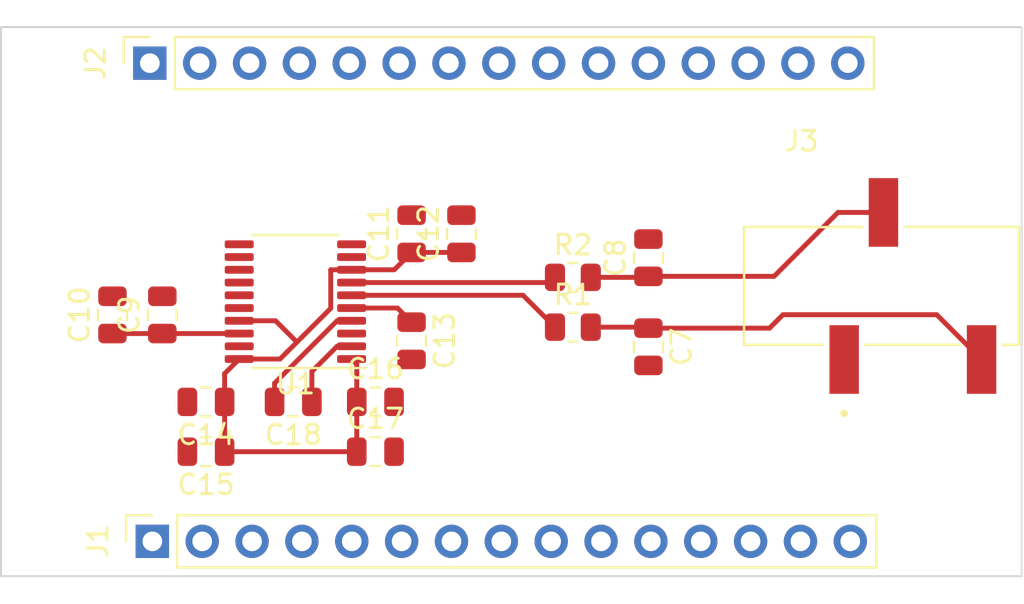
<source format=kicad_pcb>
(kicad_pcb (version 20221018) (generator pcbnew)
  (layers (0 "F.Cu" signal) (31 "B.Cu" signal) (34 "B.Paste" user) (35 "F.Paste" user) (36 "B.SilkS" user "B.Silkscreen") (37 "F.SilkS" user "F.Silkscreen") (38 "B.Mask" user) (39 "F.Mask" user) (44 "Edge.Cuts" user))
  (net 0 "")
  (net 1 "/left")
  (net 2 "GND")
  (net 3 "/right")
  (net 4 "Net-(U1-LDOO)")
  (net 5 "+3.3V")
  (net 6 "Net-(U1-VNEG)")
  (net 7 "Net-(U1-CAPP)")
  (net 8 "Net-(U1-CAPM)")
  (net 18 "/lrck")
  (net 19 "/din")
  (net 20 "/bck")
  (net 21 "/sck")
  (net 36 "Net-(U1-OUTL)")
  (net 37 "Net-(U1-OUTR)")
  (footprint "Capacitor_SMD:C_0805_2012Metric" (layer "F.Cu") (at 153.035 101.87 90)
    (fp_text reference "C8" (at 0 -1.68 90) (layer "F.SilkS"))
    (fp_text value "2.2n")
    (fp_line (start -0.261252 -0.735) (end 0.261252 -0.735) (stroke (width 0.12)) (layer "F.SilkS"))
    (fp_line (start -0.261252 0.735) (end 0.261252 0.735) (stroke (width 0.12)) (layer "F.SilkS"))
    (pad "1" smd roundrect (at -0.95 0 90) (size 1 1.45) (layers "F.Cu" "F.Paste" "F.Mask") (net 3 "/right"))
    (pad "2" smd roundrect (at 0.95 0 90) (size 1 1.45) (layers "F.Cu" "F.Paste" "F.Mask") (net 2 "GND"))
  )
  (footprint "Capacitor_SMD:C_0805_2012Metric" (layer "F.Cu") (at 140.97 106.106 -90)
    (fp_text reference "C13" (at 0 -1.68 -90) (layer "F.SilkS"))
    (fp_text value "2.2u")
    (fp_line (start -0.261252 -0.735) (end 0.261252 -0.735) (stroke (width 0.12)) (layer "F.SilkS"))
    (fp_line (start -0.261252 0.735) (end 0.261252 0.735) (stroke (width 0.12)) (layer "F.SilkS"))
    (pad "1" smd roundrect (at -0.95 0 270) (size 1 1.45) (layers "F.Cu" "F.Paste" "F.Mask") (net 6 "Net-(U1-VNEG)"))
    (pad "2" smd roundrect (at 0.95 0 270) (size 1 1.45) (layers "F.Cu" "F.Paste" "F.Mask") (net 2 "GND"))
  )
  (footprint "audio-jack:BOOMELE_PJ-320B" (layer "F.Cu") (at 165.91 103.31)
    (fp_text reference "J3" (at -5.075 -7.385) (layer "F.SilkS"))
    (fp_text value "audio_out")
    (fp_line (start -8 -3) (end -1.97 -3) (stroke (width 0.127)) (layer "F.SilkS"))
    (fp_line (start -8 3) (end -8 -3) (stroke (width 0.127)) (layer "F.SilkS"))
    (fp_line (start -3.97 3) (end -8 3) (stroke (width 0.127)) (layer "F.SilkS"))
    (fp_line (start -1.83 3) (end 3.03 3) (stroke (width 0.127)) (layer "F.SilkS"))
    (fp_line (start 0.17 -3) (end 6 -3) (stroke (width 0.127)) (layer "F.SilkS"))
    (fp_line (start 6 -3) (end 6 3) (stroke (width 0.127)) (layer "F.SilkS"))
    (fp_line (start 6 3) (end 5.17 3) (stroke (width 0.127)) (layer "F.SilkS"))
    (fp_circle (center -2.9 6.5) (end -2.8 6.5) (stroke (width 0.2)) (fill none) (layer "F.SilkS"))
    (pad "" np_thru_hole circle (at -3 0) (size 1.2 1.2) (drill 1.2) (layers "*.Cu" "*.Mask"))
    (pad "" np_thru_hole circle (at 3 0) (size 1.2 1.2) (drill 1.2) (layers "*.Cu" "*.Mask"))
    (pad "R" smd rect (at -0.9 -3.75) (size 1.5 3.5) (layers "F.Cu" "F.Paste" "F.Mask") (net 3 "/right"))
    (pad "S" smd rect (at -2.9 3.75) (size 1.5 3.5) (layers "F.Cu" "F.Paste" "F.Mask") (net 2 "GND"))
    (pad "T" smd rect (at 4.1 3.75) (size 1.5 3.5) (layers "F.Cu" "F.Paste" "F.Mask") (net 1 "/left"))
  )
  (footprint "Resistor_SMD:R_0805_2012Metric" (layer "F.Cu") (at 149.1875 105.41)
    (fp_text reference "R1" (at 0 -1.65) (layer "F.SilkS"))
    (fp_text value "470")
    (fp_line (start -0.227064 -0.735) (end 0.227064 -0.735) (stroke (width 0.12)) (layer "F.SilkS"))
    (fp_line (start -0.227064 0.735) (end 0.227064 0.735) (stroke (width 0.12)) (layer "F.SilkS"))
    (pad "1" smd roundrect (at -0.9125 0) (size 1.025 1.4) (layers "F.Cu" "F.Paste" "F.Mask") (roundrect_rratio 0.243902) (net 36 "Net-(U1-OUTL)"))
    (pad "2" smd roundrect (at 0.9125 0) (size 1.025 1.4) (layers "F.Cu" "F.Paste" "F.Mask") (roundrect_rratio 0.243902) (net 1 "/left"))
  )
  (footprint "Capacitor_SMD:C_0805_2012Metric" (layer "F.Cu") (at 130.495 111.76 180)
    (fp_text reference "C15" (at 0 -1.68 180) (layer "F.SilkS"))
    (fp_text value "10u")
    (fp_line (start -0.261252 -0.735) (end 0.261252 -0.735) (stroke (width 0.12)) (layer "F.SilkS"))
    (fp_line (start -0.261252 0.735) (end 0.261252 0.735) (stroke (width 0.12)) (layer "F.SilkS"))
    (pad "1" smd roundrect (at -0.95 0 180) (size 1 1.45) (layers "F.Cu" "F.Paste" "F.Mask") (net 5 "+3.3V"))
    (pad "2" smd roundrect (at 0.95 0 180) (size 1 1.45) (layers "F.Cu" "F.Paste" "F.Mask") (net 2 "GND"))
  )
  (footprint "Capacitor_SMD:C_0805_2012Metric" (layer "F.Cu") (at 125.73 104.785 90)
    (fp_text reference "C10" (at 0 -1.68 90) (layer "F.SilkS"))
    (fp_text value "10u")
    (fp_line (start -0.261252 -0.735) (end 0.261252 -0.735) (stroke (width 0.12)) (layer "F.SilkS"))
    (fp_line (start -0.261252 0.735) (end 0.261252 0.735) (stroke (width 0.12)) (layer "F.SilkS"))
    (pad "1" smd roundrect (at -0.95 0 90) (size 1 1.45) (layers "F.Cu" "F.Paste" "F.Mask") (net 4 "Net-(U1-LDOO)"))
    (pad "2" smd roundrect (at 0.95 0 90) (size 1 1.45) (layers "F.Cu" "F.Paste" "F.Mask") (net 2 "GND"))
  )
  (footprint "Connector_PinSocket_2.54mm:PinSocket_1x15_P2.54mm_Vertical" (layer "F.Cu") (at 127.762 116.332 90)
    (fp_text reference "J1" (at 0 -2.77 90) (layer "F.SilkS"))
    (fp_text value "esp32_1")
    (fp_line (start -1.33 1.27) (end -1.33 36.89) (stroke (width 0.12)) (layer "F.SilkS"))
    (fp_line (start -1.33 1.27) (end 1.33 1.27) (stroke (width 0.12)) (layer "F.SilkS"))
    (fp_line (start -1.33 36.89) (end 1.33 36.89) (stroke (width 0.12)) (layer "F.SilkS"))
    (fp_line (start 0 -1.33) (end 1.33 -1.33) (stroke (width 0.12)) (layer "F.SilkS"))
    (fp_line (start 1.33 -1.33) (end 1.33 0) (stroke (width 0.12)) (layer "F.SilkS"))
    (fp_line (start 1.33 1.27) (end 1.33 36.89) (stroke (width 0.12)) (layer "F.SilkS"))
    (pad "1" thru_hole rect (at 0 0 90) (size 1.7 1.7) (drill 1) (layers "*.Cu" "*.Mask"))
    (pad "2" thru_hole oval (at 0 2.54 90) (size 1.7 1.7) (drill 1) (layers "*.Cu" "*.Mask"))
    (pad "3" thru_hole oval (at 0 5.08 90) (size 1.7 1.7) (drill 1) (layers "*.Cu" "*.Mask"))
    (pad "4" thru_hole oval (at 0 7.62 90) (size 1.7 1.7) (drill 1) (layers "*.Cu" "*.Mask"))
    (pad "5" thru_hole oval (at 0 10.16 90) (size 1.7 1.7) (drill 1) (layers "*.Cu" "*.Mask"))
    (pad "6" thru_hole oval (at 0 12.7 90) (size 1.7 1.7) (drill 1) (layers "*.Cu" "*.Mask"))
    (pad "7" thru_hole oval (at 0 15.24 90) (size 1.7 1.7) (drill 1) (layers "*.Cu" "*.Mask"))
    (pad "8" thru_hole oval (at 0 17.78 90) (size 1.7 1.7) (drill 1) (layers "*.Cu" "*.Mask"))
    (pad "9" thru_hole oval (at 0 20.32 90) (size 1.7 1.7) (drill 1) (layers "*.Cu" "*.Mask"))
    (pad "10" thru_hole oval (at 0 22.86 90) (size 1.7 1.7) (drill 1) (layers "*.Cu" "*.Mask") (net 18 "/lrck"))
    (pad "11" thru_hole oval (at 0 25.4 90) (size 1.7 1.7) (drill 1) (layers "*.Cu" "*.Mask") (net 19 "/din"))
    (pad "12" thru_hole oval (at 0 27.94 90) (size 1.7 1.7) (drill 1) (layers "*.Cu" "*.Mask") (net 20 "/bck"))
    (pad "13" thru_hole oval (at 0 30.48 90) (size 1.7 1.7) (drill 1) (layers "*.Cu" "*.Mask") (net 21 "/sck"))
    (pad "14" thru_hole oval (at 0 33.02 90) (size 1.7 1.7) (drill 1) (layers "*.Cu" "*.Mask") (net 2 "GND"))
    (pad "15" thru_hole oval (at 0 35.56 90) (size 1.7 1.7) (drill 1) (layers "*.Cu" "*.Mask"))
  )
  (footprint "Capacitor_SMD:C_0805_2012Metric" (layer "F.Cu") (at 139.126 111.76)
    (fp_text reference "C17" (at 0 -1.68) (layer "F.SilkS"))
    (fp_text value "10u")
    (fp_line (start -0.261252 -0.735) (end 0.261252 -0.735) (stroke (width 0.12)) (layer "F.SilkS"))
    (fp_line (start -0.261252 0.735) (end 0.261252 0.735) (stroke (width 0.12)) (layer "F.SilkS"))
    (pad "1" smd roundrect (at -0.95 0) (size 1 1.45) (layers "F.Cu" "F.Paste" "F.Mask") (net 5 "+3.3V"))
    (pad "2" smd roundrect (at 0.95 0) (size 1 1.45) (layers "F.Cu" "F.Paste" "F.Mask") (net 2 "GND"))
  )
  (footprint "Capacitor_SMD:C_0805_2012Metric" (layer "F.Cu") (at 153.035 106.41 -90)
    (fp_text reference "C7" (at 0 -1.68 -90) (layer "F.SilkS"))
    (fp_text value "2.2n")
    (fp_line (start -0.261252 -0.735) (end 0.261252 -0.735) (stroke (width 0.12)) (layer "F.SilkS"))
    (fp_line (start -0.261252 0.735) (end 0.261252 0.735) (stroke (width 0.12)) (layer "F.SilkS"))
    (pad "1" smd roundrect (at -0.95 0 270) (size 1 1.45) (layers "F.Cu" "F.Paste" "F.Mask") (net 1 "/left"))
    (pad "2" smd roundrect (at 0.95 0 270) (size 1 1.45) (layers "F.Cu" "F.Paste" "F.Mask") (net 2 "GND"))
  )
  (footprint "Capacitor_SMD:C_0805_2012Metric" (layer "F.Cu") (at 143.51 100.65 90)
    (fp_text reference "C12" (at 0 -1.68 90) (layer "F.SilkS"))
    (fp_text value "10u")
    (fp_line (start -0.261252 -0.735) (end 0.261252 -0.735) (stroke (width 0.12)) (layer "F.SilkS"))
    (fp_line (start -0.261252 0.735) (end 0.261252 0.735) (stroke (width 0.12)) (layer "F.SilkS"))
    (pad "1" smd roundrect (at -0.95 0 90) (size 1 1.45) (layers "F.Cu" "F.Paste" "F.Mask") (net 5 "+3.3V"))
    (pad "2" smd roundrect (at 0.95 0 90) (size 1 1.45) (layers "F.Cu" "F.Paste" "F.Mask") (net 2 "GND"))
  )
  (footprint "Capacitor_SMD:C_0805_2012Metric" (layer "F.Cu") (at 140.97 100.65 90)
    (fp_text reference "C11" (at 0 -1.68 90) (layer "F.SilkS"))
    (fp_text value "0.1u")
    (fp_line (start -0.261252 -0.735) (end 0.261252 -0.735) (stroke (width 0.12)) (layer "F.SilkS"))
    (fp_line (start -0.261252 0.735) (end 0.261252 0.735) (stroke (width 0.12)) (layer "F.SilkS"))
    (pad "1" smd roundrect (at -0.95 0 90) (size 1 1.45) (layers "F.Cu" "F.Paste" "F.Mask") (net 5 "+3.3V"))
    (pad "2" smd roundrect (at 0.95 0 90) (size 1 1.45) (layers "F.Cu" "F.Paste" "F.Mask") (net 2 "GND"))
  )
  (footprint "Package_SO:TSSOP-20_4.4x6.5mm_P0.65mm" (layer "F.Cu") (at 135.05 104.11 180)
    (fp_text reference "U1" (at 0 -4.2) (layer "F.SilkS"))
    (fp_text value "PCM5102A")
    (fp_line (start 0 -3.385) (end -3.6 -3.385) (stroke (width 0.12)) (layer "F.SilkS"))
    (fp_line (start 0 -3.385) (end 2.2 -3.385) (stroke (width 0.12)) (layer "F.SilkS"))
    (fp_line (start 0 3.385) (end -2.2 3.385) (stroke (width 0.12)) (layer "F.SilkS"))
    (fp_line (start 0 3.385) (end 2.2 3.385) (stroke (width 0.12)) (layer "F.SilkS"))
    (pad "1" smd roundrect (at -2.8625 -2.925 180) (size 1.475 0.4) (layers "F.Cu" "F.Paste" "F.Mask") (net 5 "+3.3V"))
    (pad "2" smd roundrect (at -2.8625 -2.275 180) (size 1.475 0.4) (layers "F.Cu" "F.Paste" "F.Mask") (net 7 "Net-(U1-CAPP)"))
    (pad "3" smd roundrect (at -2.8625 -1.625 180) (size 1.475 0.4) (layers "F.Cu" "F.Paste" "F.Mask") (net 2 "GND"))
    (pad "4" smd roundrect (at -2.8625 -0.975 180) (size 1.475 0.4) (layers "F.Cu" "F.Paste" "F.Mask") (net 8 "Net-(U1-CAPM)"))
    (pad "5" smd roundrect (at -2.8625 -0.325 180) (size 1.475 0.4) (layers "F.Cu" "F.Paste" "F.Mask") (net 6 "Net-(U1-VNEG)"))
    (pad "6" smd roundrect (at -2.8625 0.325 180) (size 1.475 0.4) (layers "F.Cu" "F.Paste" "F.Mask") (net 36 "Net-(U1-OUTL)"))
    (pad "7" smd roundrect (at -2.8625 0.975 180) (size 1.475 0.4) (layers "F.Cu" "F.Paste" "F.Mask") (net 37 "Net-(U1-OUTR)"))
    (pad "8" smd roundrect (at -2.8625 1.625 180) (size 1.475 0.4) (layers "F.Cu" "F.Paste" "F.Mask") (net 5 "+3.3V"))
    (pad "9" smd roundrect (at -2.8625 2.275 180) (size 1.475 0.4) (layers "F.Cu" "F.Paste" "F.Mask") (net 2 "GND"))
    (pad "10" smd roundrect (at -2.8625 2.925 180) (size 1.475 0.4) (layers "F.Cu" "F.Paste" "F.Mask") (net 2 "GND"))
    (pad "11" smd roundrect (at 2.8625 2.925 180) (size 1.475 0.4) (layers "F.Cu" "F.Paste" "F.Mask") (net 2 "GND"))
    (pad "12" smd roundrect (at 2.8625 2.275 180) (size 1.475 0.4) (layers "F.Cu" "F.Paste" "F.Mask") (net 21 "/sck"))
    (pad "13" smd roundrect (at 2.8625 1.625 180) (size 1.475 0.4) (layers "F.Cu" "F.Paste" "F.Mask") (net 20 "/bck"))
    (pad "14" smd roundrect (at 2.8625 0.975 180) (size 1.475 0.4) (layers "F.Cu" "F.Paste" "F.Mask") (net 19 "/din"))
    (pad "15" smd roundrect (at 2.8625 0.325 180) (size 1.475 0.4) (layers "F.Cu" "F.Paste" "F.Mask") (net 18 "/lrck"))
    (pad "16" smd roundrect (at 2.8625 -0.325 180) (size 1.475 0.4) (layers "F.Cu" "F.Paste" "F.Mask") (net 2 "GND"))
    (pad "17" smd roundrect (at 2.8625 -0.975 180) (size 1.475 0.4) (layers "F.Cu" "F.Paste" "F.Mask") (net 5 "+3.3V"))
    (pad "18" smd roundrect (at 2.8625 -1.625 180) (size 1.475 0.4) (layers "F.Cu" "F.Paste" "F.Mask") (net 4 "Net-(U1-LDOO)"))
    (pad "19" smd roundrect (at 2.8625 -2.275 180) (size 1.475 0.4) (layers "F.Cu" "F.Paste" "F.Mask") (net 2 "GND"))
    (pad "20" smd roundrect (at 2.8625 -2.925 180) (size 1.475 0.4) (layers "F.Cu" "F.Paste" "F.Mask") (net 5 "+3.3V"))
  )
  (footprint "Capacitor_SMD:C_0805_2012Metric" (layer "F.Cu") (at 130.495 109.22 180)
    (fp_text reference "C14" (at 0 -1.68 180) (layer "F.SilkS"))
    (fp_text value "0.1u")
    (fp_line (start -0.261252 -0.735) (end 0.261252 -0.735) (stroke (width 0.12)) (layer "F.SilkS"))
    (fp_line (start -0.261252 0.735) (end 0.261252 0.735) (stroke (width 0.12)) (layer "F.SilkS"))
    (pad "1" smd roundrect (at -0.95 0 180) (size 1 1.45) (layers "F.Cu" "F.Paste" "F.Mask") (net 5 "+3.3V"))
    (pad "2" smd roundrect (at 0.95 0 180) (size 1 1.45) (layers "F.Cu" "F.Paste" "F.Mask") (net 2 "GND"))
  )
  (footprint "Resistor_SMD:R_0805_2012Metric" (layer "F.Cu") (at 149.1875 102.87)
    (fp_text reference "R2" (at 0 -1.65) (layer "F.SilkS"))
    (fp_text value "470")
    (fp_line (start -0.227064 -0.735) (end 0.227064 -0.735) (stroke (width 0.12)) (layer "F.SilkS"))
    (fp_line (start -0.227064 0.735) (end 0.227064 0.735) (stroke (width 0.12)) (layer "F.SilkS"))
    (pad "1" smd roundrect (at -0.9125 0) (size 1.025 1.4) (layers "F.Cu" "F.Paste" "F.Mask") (roundrect_rratio 0.243902) (net 37 "Net-(U1-OUTR)"))
    (pad "2" smd roundrect (at 0.9125 0) (size 1.025 1.4) (layers "F.Cu" "F.Paste" "F.Mask") (roundrect_rratio 0.243902) (net 3 "/right"))
  )
  (footprint "Capacitor_SMD:C_0805_2012Metric" (layer "F.Cu") (at 134.94 109.22 180)
    (fp_text reference "C18" (at 0 -1.68 180) (layer "F.SilkS"))
    (fp_text value "2.2u")
    (fp_line (start -0.261252 -0.735) (end 0.261252 -0.735) (stroke (width 0.12)) (layer "F.SilkS"))
    (fp_line (start -0.261252 0.735) (end 0.261252 0.735) (stroke (width 0.12)) (layer "F.SilkS"))
    (pad "1" smd roundrect (at -0.95 0 180) (size 1 1.45) (layers "F.Cu" "F.Paste" "F.Mask") (net 7 "Net-(U1-CAPP)"))
    (pad "2" smd roundrect (at 0.95 0 180) (size 1 1.45) (layers "F.Cu" "F.Paste" "F.Mask") (net 8 "Net-(U1-CAPM)"))
  )
  (footprint "Capacitor_SMD:C_0805_2012Metric" (layer "F.Cu") (at 139.126 109.22)
    (fp_text reference "C16" (at 0 -1.68) (layer "F.SilkS"))
    (fp_text value "0.1u")
    (fp_line (start -0.261252 -0.735) (end 0.261252 -0.735) (stroke (width 0.12)) (layer "F.SilkS"))
    (fp_line (start -0.261252 0.735) (end 0.261252 0.735) (stroke (width 0.12)) (layer "F.SilkS"))
    (pad "1" smd roundrect (at -0.95 0) (size 1 1.45) (layers "F.Cu" "F.Paste" "F.Mask") (net 5 "+3.3V"))
    (pad "2" smd roundrect (at 0.95 0) (size 1 1.45) (layers "F.Cu" "F.Paste" "F.Mask") (net 2 "GND"))
  )
  (footprint "Capacitor_SMD:C_0805_2012Metric" (layer "F.Cu") (at 128.27 104.785 90)
    (fp_text reference "C9" (at 0 -1.68 90) (layer "F.SilkS"))
    (fp_text value "0.1u")
    (fp_line (start -0.261252 -0.735) (end 0.261252 -0.735) (stroke (width 0.12)) (layer "F.SilkS"))
    (fp_line (start -0.261252 0.735) (end 0.261252 0.735) (stroke (width 0.12)) (layer "F.SilkS"))
    (pad "1" smd roundrect (at -0.95 0 90) (size 1 1.45) (layers "F.Cu" "F.Paste" "F.Mask") (net 4 "Net-(U1-LDOO)"))
    (pad "2" smd roundrect (at 0.95 0 90) (size 1 1.45) (layers "F.Cu" "F.Paste" "F.Mask") (net 2 "GND"))
  )
  (footprint "Connector_PinSocket_2.54mm:PinSocket_1x15_P2.54mm_Vertical" (layer "F.Cu") (at 127.635 91.948 90)
    (fp_text reference "J2" (at 0 -2.77 90) (layer "F.SilkS"))
    (fp_text value "esp32_2")
    (fp_line (start -1.33 1.27) (end -1.33 36.89) (stroke (width 0.12)) (layer "F.SilkS"))
    (fp_line (start -1.33 1.27) (end 1.33 1.27) (stroke (width 0.12)) (layer "F.SilkS"))
    (fp_line (start -1.33 36.89) (end 1.33 36.89) (stroke (width 0.12)) (layer "F.SilkS"))
    (fp_line (start 0 -1.33) (end 1.33 -1.33) (stroke (width 0.12)) (layer "F.SilkS"))
    (fp_line (start 1.33 -1.33) (end 1.33 0) (stroke (width 0.12)) (layer "F.SilkS"))
    (fp_line (start 1.33 1.27) (end 1.33 36.89) (stroke (width 0.12)) (layer "F.SilkS"))
    (pad "1" thru_hole rect (at 0 0 90) (size 1.7 1.7) (drill 1) (layers "*.Cu" "*.Mask"))
    (pad "2" thru_hole oval (at 0 2.54 90) (size 1.7 1.7) (drill 1) (layers "*.Cu" "*.Mask"))
    (pad "3" thru_hole oval (at 0 5.08 90) (size 1.7 1.7) (drill 1) (layers "*.Cu" "*.Mask"))
    (pad "4" thru_hole oval (at 0 7.62 90) (size 1.7 1.7) (drill 1) (layers "*.Cu" "*.Mask"))
    (pad "5" thru_hole oval (at 0 10.16 90) (size 1.7 1.7) (drill 1) (layers "*.Cu" "*.Mask"))
    (pad "6" thru_hole oval (at 0 12.7 90) (size 1.7 1.7) (drill 1) (layers "*.Cu" "*.Mask"))
    (pad "7" thru_hole oval (at 0 15.24 90) (size 1.7 1.7) (drill 1) (layers "*.Cu" "*.Mask"))
    (pad "8" thru_hole oval (at 0 17.78 90) (size 1.7 1.7) (drill 1) (layers "*.Cu" "*.Mask"))
    (pad "9" thru_hole oval (at 0 20.32 90) (size 1.7 1.7) (drill 1) (layers "*.Cu" "*.Mask"))
    (pad "10" thru_hole oval (at 0 22.86 90) (size 1.7 1.7) (drill 1) (layers "*.Cu" "*.Mask"))
    (pad "11" thru_hole oval (at 0 25.4 90) (size 1.7 1.7) (drill 1) (layers "*.Cu" "*.Mask"))
    (pad "12" thru_hole oval (at 0 27.94 90) (size 1.7 1.7) (drill 1) (layers "*.Cu" "*.Mask"))
    (pad "13" thru_hole oval (at 0 30.48 90) (size 1.7 1.7) (drill 1) (layers "*.Cu" "*.Mask"))
    (pad "14" thru_hole oval (at 0 33.02 90) (size 1.7 1.7) (drill 1) (layers "*.Cu" "*.Mask") (net 2 "GND"))
    (pad "15" thru_hole oval (at 0 35.56 90) (size 1.7 1.7) (drill 1) (layers "*.Cu" "*.Mask") (net 5 "+3.3V"))
  )
  (gr_rect (start 120.05 90.11) (end 172.05 118.11) (stroke (width 0.1)) (fill none) (layer "Edge.Cuts"))
  (segment (start 159.893 104.775) (end 167.725 104.775) (width 0.25) (layer "F.Cu") (net 1))
  (segment (start 152.985 105.41) (end 153.035 105.46) (width 0.25) (layer "F.Cu") (net 1))
  (segment (start 150.1 105.41) (end 152.985 105.41) (width 0.25) (layer "F.Cu") (net 1))
  (segment (start 153.035 105.46) (end 159.208 105.46) (width 0.25) (layer "F.Cu") (net 1))
  (segment (start 159.208 105.46) (end 159.893 104.775) (width 0.25) (layer "F.Cu") (net 1))
  (segment (start 167.725 104.775) (end 170.01 107.06) (width 0.25) (layer "F.Cu") (net 1))
  (segment (start 153.035 102.82) (end 159.435 102.82) (width 0.25) (layer "F.Cu") (net 3))
  (segment (start 150.1 102.87) (end 152.985 102.87) (width 0.25) (layer "F.Cu") (net 3))
  (segment (start 159.435 102.82) (end 162.695 99.56) (width 0.25) (layer "F.Cu") (net 3))
  (segment (start 152.985 102.87) (end 153.035 102.82) (width 0.25) (layer "F.Cu") (net 3))
  (segment (start 162.695 99.56) (end 165.01 99.56) (width 0.25) (layer "F.Cu") (net 3))
  (segment (start 128.265 105.405) (end 128.27 105.41) (width 0.25) (layer "F.Cu") (net 4))
  (segment (start 128.27 105.735) (end 125.73 105.735) (width 0.25) (layer "F.Cu") (net 4))
  (segment (start 128.27 105.41) (end 128.595 105.735) (width 0.25) (layer "F.Cu") (net 4))
  (segment (start 128.27 105.735) (end 132.1875 105.735) (width 0.25) (layer "F.Cu") (net 4))
  (segment (start 138.176 111.76) (end 138.176 107.2985) (width 0.25) (layer "F.Cu") (net 5))
  (segment (start 140.97 101.6) (end 143.51 101.6) (width 0.25) (layer "F.Cu") (net 5))
  (segment (start 132.1875 105.085) (end 134.041 105.085) (width 0.25) (layer "F.Cu") (net 5))
  (segment (start 140.085 102.485) (end 137.9125 102.485) (width 0.25) (layer "F.Cu") (net 5))
  (segment (start 134.041 105.085) (end 135.128 106.172) (width 0.25) (layer "F.Cu") (net 5))
  (segment (start 134.265 107.035) (end 132.1875 107.035) (width 0.25) (layer "F.Cu") (net 5))
  (segment (start 131.445 107.7775) (end 132.1875 107.035) (width 0.25) (layer "F.Cu") (net 5))
  (segment (start 137.9125 102.485) (end 136.85 102.485) (width 0.25) (layer "F.Cu") (net 5))
  (segment (start 136.85 104.45) (end 134.62 106.68) (width 0.25) (layer "F.Cu") (net 5))
  (segment (start 134.62 106.68) (end 134.265 107.035) (width 0.25) (layer "F.Cu") (net 5))
  (segment (start 131.445 111.76) (end 138.176 111.76) (width 0.25) (layer "F.Cu") (net 5))
  (segment (start 131.445 109.22) (end 131.445 107.7775) (width 0.25) (layer "F.Cu") (net 5))
  (segment (start 131.445 111.76) (end 131.445 109.22) (width 0.25) (layer "F.Cu") (net 5))
  (segment (start 136.85 102.485) (end 136.85 104.45) (width 0.25) (layer "F.Cu") (net 5))
  (segment (start 138.176 107.2985) (end 137.9125 107.035) (width 0.25) (layer "F.Cu") (net 5))
  (segment (start 140.97 101.6) (end 140.085 102.485) (width 0.25) (layer "F.Cu") (net 5))
  (segment (start 140.249 104.435) (end 137.9125 104.435) (width 0.25) (layer "F.Cu") (net 6))
  (segment (start 140.97 105.156) (end 140.249 104.435) (width 0.25) (layer "F.Cu") (net 6))
  (segment (start 135.89 107.670001) (end 137.175001 106.385) (width 0.25) (layer "F.Cu") (net 7))
  (segment (start 135.89 109.22) (end 135.89 107.670001) (width 0.25) (layer "F.Cu") (net 7))
  (segment (start 137.175001 106.385) (end 137.9125 106.385) (width 0.25) (layer "F.Cu") (net 7))
  (segment (start 133.99 109.22) (end 133.99 108.270001) (width 0.25) (layer "F.Cu") (net 8))
  (segment (start 133.99 108.270001) (end 137.175001 105.085) (width 0.25) (layer "F.Cu") (net 8))
  (segment (start 137.175001 105.085) (end 137.9125 105.085) (width 0.25) (layer "F.Cu") (net 8))
  (segment (start 148.275 105.41) (end 146.65 103.785) (width 0.25) (layer "F.Cu") (net 36))
  (segment (start 146.65 103.785) (end 137.9125 103.785) (width 0.25) (layer "F.Cu") (net 36))
  (segment (start 148.01 103.135) (end 137.9125 103.135) (width 0.25) (layer "F.Cu") (net 37))
  (segment (start 148.275 102.87) (end 148.01 103.135) (width 0.25) (layer "F.Cu") (net 37))
)
</source>
